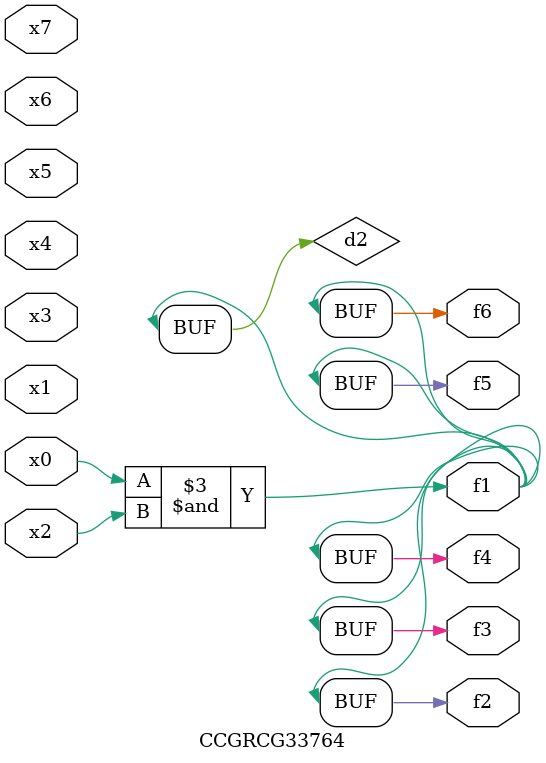
<source format=v>
module CCGRCG33764(
	input x0, x1, x2, x3, x4, x5, x6, x7,
	output f1, f2, f3, f4, f5, f6
);

	wire d1, d2;

	nor (d1, x3, x6);
	and (d2, x0, x2);
	assign f1 = d2;
	assign f2 = d2;
	assign f3 = d2;
	assign f4 = d2;
	assign f5 = d2;
	assign f6 = d2;
endmodule

</source>
